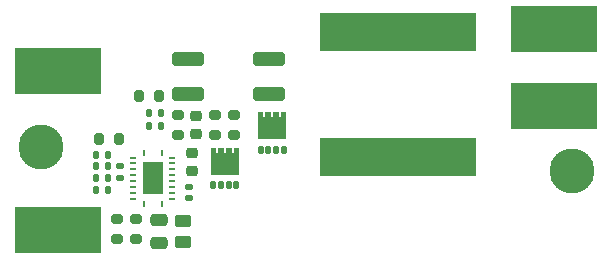
<source format=gbr>
%TF.GenerationSoftware,KiCad,Pcbnew,8.0.6*%
%TF.CreationDate,2024-10-21T22:45:32+01:00*%
%TF.ProjectId,buck,6275636b-2e6b-4696-9361-645f70636258,rev?*%
%TF.SameCoordinates,Original*%
%TF.FileFunction,Soldermask,Top*%
%TF.FilePolarity,Negative*%
%FSLAX46Y46*%
G04 Gerber Fmt 4.6, Leading zero omitted, Abs format (unit mm)*
G04 Created by KiCad (PCBNEW 8.0.6) date 2024-10-21 22:45:32*
%MOMM*%
%LPD*%
G01*
G04 APERTURE LIST*
G04 Aperture macros list*
%AMRoundRect*
0 Rectangle with rounded corners*
0 $1 Rounding radius*
0 $2 $3 $4 $5 $6 $7 $8 $9 X,Y pos of 4 corners*
0 Add a 4 corners polygon primitive as box body*
4,1,4,$2,$3,$4,$5,$6,$7,$8,$9,$2,$3,0*
0 Add four circle primitives for the rounded corners*
1,1,$1+$1,$2,$3*
1,1,$1+$1,$4,$5*
1,1,$1+$1,$6,$7*
1,1,$1+$1,$8,$9*
0 Add four rect primitives between the rounded corners*
20,1,$1+$1,$2,$3,$4,$5,0*
20,1,$1+$1,$4,$5,$6,$7,0*
20,1,$1+$1,$6,$7,$8,$9,0*
20,1,$1+$1,$8,$9,$2,$3,0*%
%AMFreePoly0*
4,1,17,1.371000,0.720000,0.950000,0.720000,0.950000,0.580000,1.370000,0.580000,1.370000,0.080000,0.950000,0.080000,0.950000,-0.080000,1.370000,-0.080000,1.370000,-0.580000,0.950000,-0.580000,0.950000,-0.720000,1.370000,-0.720000,1.370000,-1.225000,-0.950000,-1.225000,-0.950000,1.225000,1.371000,1.225000,1.371000,0.720000,1.371000,0.720000,$1*%
G04 Aperture macros list end*
%ADD10C,3.800000*%
%ADD11R,7.400000X4.000000*%
%ADD12RoundRect,0.135000X-0.135000X-0.185000X0.135000X-0.185000X0.135000X0.185000X-0.135000X0.185000X0*%
%ADD13RoundRect,0.200000X0.275000X-0.200000X0.275000X0.200000X-0.275000X0.200000X-0.275000X-0.200000X0*%
%ADD14RoundRect,0.140000X-0.170000X0.140000X-0.170000X-0.140000X0.170000X-0.140000X0.170000X0.140000X0*%
%ADD15RoundRect,0.200000X-0.275000X0.200000X-0.275000X-0.200000X0.275000X-0.200000X0.275000X0.200000X0*%
%ADD16RoundRect,0.250000X0.450000X-0.262500X0.450000X0.262500X-0.450000X0.262500X-0.450000X-0.262500X0*%
%ADD17RoundRect,0.250000X-1.100000X0.325000X-1.100000X-0.325000X1.100000X-0.325000X1.100000X0.325000X0*%
%ADD18FreePoly0,90.000000*%
%ADD19RoundRect,0.125000X0.125000X-0.190000X0.125000X0.190000X-0.125000X0.190000X-0.125000X-0.190000X0*%
%ADD20R,13.200000X3.180000*%
%ADD21RoundRect,0.225000X0.250000X-0.225000X0.250000X0.225000X-0.250000X0.225000X-0.250000X-0.225000X0*%
%ADD22RoundRect,0.200000X0.200000X0.275000X-0.200000X0.275000X-0.200000X-0.275000X0.200000X-0.275000X0*%
%ADD23RoundRect,0.140000X0.140000X0.170000X-0.140000X0.170000X-0.140000X-0.170000X0.140000X-0.170000X0*%
%ADD24RoundRect,0.135000X0.135000X0.185000X-0.135000X0.185000X-0.135000X-0.185000X0.135000X-0.185000X0*%
%ADD25RoundRect,0.250000X-0.475000X0.250000X-0.475000X-0.250000X0.475000X-0.250000X0.475000X0.250000X0*%
%ADD26R,0.249999X0.599999*%
%ADD27R,0.599999X0.249999*%
%ADD28R,1.699999X2.700000*%
%ADD29RoundRect,0.135000X-0.185000X0.135000X-0.185000X-0.135000X0.185000X-0.135000X0.185000X0.135000X0*%
%ADD30RoundRect,0.250000X1.100000X-0.325000X1.100000X0.325000X-1.100000X0.325000X-1.100000X-0.325000X0*%
G04 APERTURE END LIST*
D10*
%TO.C,H6*%
X145500000Y-80500000D03*
%TD*%
%TO.C,H5*%
X100500000Y-78500000D03*
%TD*%
D11*
%TO.C,H4*%
X144000000Y-68500000D03*
%TD*%
%TO.C,H3*%
X102000000Y-85500000D03*
%TD*%
%TO.C,H2*%
X144000000Y-75000000D03*
%TD*%
%TO.C,H1*%
X102000000Y-72000000D03*
%TD*%
D12*
%TO.C,R8*%
X105190000Y-82100000D03*
X106210000Y-82100000D03*
%TD*%
D13*
%TO.C,R5*%
X107000000Y-86225000D03*
X107000000Y-84575000D03*
%TD*%
D14*
%TO.C,C3*%
X113100000Y-81820000D03*
X113100000Y-82780000D03*
%TD*%
D15*
%TO.C,R1*%
X115300000Y-75775000D03*
X115300000Y-77425000D03*
%TD*%
D16*
%TO.C,R7*%
X112600000Y-86512500D03*
X112600000Y-84687500D03*
%TD*%
D15*
%TO.C,R4*%
X116900000Y-75775000D03*
X116900000Y-77425000D03*
%TD*%
D13*
%TO.C,R2*%
X112100000Y-77425000D03*
X112100000Y-75775000D03*
%TD*%
D17*
%TO.C,C10*%
X113000000Y-71025000D03*
X113000000Y-73975000D03*
%TD*%
D18*
%TO.C,M1*%
X116110000Y-79875000D03*
D19*
X117080000Y-81700000D03*
X116440000Y-81700000D03*
X115780000Y-81700000D03*
X115140000Y-81700000D03*
%TD*%
D20*
%TO.C,L1*%
X130800000Y-68700000D03*
X130800000Y-79300000D03*
%TD*%
D21*
%TO.C,C4*%
X113700000Y-77375000D03*
X113700000Y-75825000D03*
%TD*%
D22*
%TO.C,R9*%
X110525000Y-74100000D03*
X108875000Y-74100000D03*
%TD*%
D23*
%TO.C,C9*%
X110680000Y-76700000D03*
X109720000Y-76700000D03*
%TD*%
D24*
%TO.C,R10*%
X106210000Y-81100000D03*
X105190000Y-81100000D03*
%TD*%
D25*
%TO.C,C5*%
X110500000Y-84650000D03*
X110500000Y-86550000D03*
%TD*%
D26*
%TO.C,U1*%
X109249999Y-78949999D03*
D27*
X108350001Y-79350001D03*
X108350001Y-79850000D03*
X108350001Y-80349999D03*
X108350001Y-80850000D03*
X108350001Y-81350000D03*
X108350001Y-81850001D03*
X108350001Y-82350000D03*
X108350001Y-82849999D03*
D26*
X109249999Y-83250001D03*
X110750001Y-83250001D03*
D27*
X111649999Y-82849999D03*
X111649999Y-82350000D03*
X111649999Y-81850001D03*
X111649999Y-81350000D03*
X111649999Y-80850000D03*
X111649999Y-80349999D03*
X111649999Y-79850000D03*
X111649999Y-79350001D03*
D26*
X110750001Y-78949999D03*
D28*
X110000000Y-81100000D03*
%TD*%
D29*
%TO.C,C8*%
X107200000Y-80090000D03*
X107200000Y-81110000D03*
%TD*%
D21*
%TO.C,C6*%
X113300000Y-80475000D03*
X113300000Y-78925000D03*
%TD*%
D23*
%TO.C,C2*%
X106180000Y-79100000D03*
X105220000Y-79100000D03*
%TD*%
D24*
%TO.C,C7*%
X106210000Y-80100000D03*
X105190000Y-80100000D03*
%TD*%
%TO.C,R11*%
X110710000Y-75600000D03*
X109690000Y-75600000D03*
%TD*%
D22*
%TO.C,R3*%
X107125000Y-77800000D03*
X105475000Y-77800000D03*
%TD*%
D13*
%TO.C,R6*%
X108600000Y-86225000D03*
X108600000Y-84575000D03*
%TD*%
D18*
%TO.C,M2*%
X120100000Y-76855000D03*
D19*
X121070000Y-78680000D03*
X120430000Y-78680000D03*
X119770000Y-78680000D03*
X119130000Y-78680000D03*
%TD*%
D30*
%TO.C,C1*%
X119800000Y-73975000D03*
X119800000Y-71025000D03*
%TD*%
M02*

</source>
